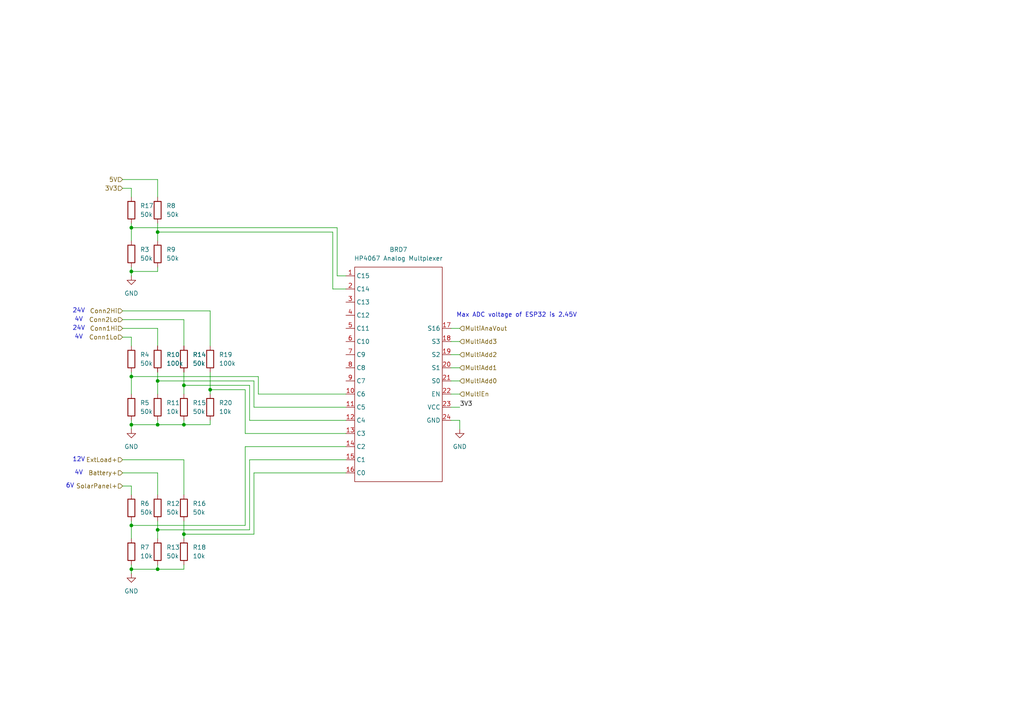
<source format=kicad_sch>
(kicad_sch (version 20250114) (generator "eeschema") (generator_version "9.0")
  (paper "A4")
  (lib_symbols
    (symbol "Device:R" (pin_numbers (hide yes)) (pin_names (offset 0))
      (property "Reference" "R" (at 2.032 0 90))
      (property "Value" "R" (at 0 0 90))
      (symbol "R_0_1"
        (rectangle (start -1.016 -2.54) (end 1.016 2.54) (stroke (width 0.254)))
      )
      (symbol "R_1_1"
        (pin passive line (at 0 3.81 270) (length 1.27) (name "~") (number "1"))
        (pin passive line (at 0 -3.81 90) (length 1.27) (name "~") (number "2"))
      )
    )
    (symbol "power:GND" (power) (pin_numbers (hide yes)) (pin_names (offset 0) (hide yes))
      (property "Value" "GND" (at 0 -3.81 0))
      (symbol "GND_0_1"
        (polyline (pts (xy 0 0) (xy 0 -1.27) (xy 1.27 -1.27) (xy 0 -2.54) (xy -1.27 -1.27) (xy 0 -1.27)))
      )
      (symbol "GND_1_1"
        (pin power_in line (at 0 0 270) (length 0) (name "~") (number "1"))
      )
    )
    (symbol "stimatofali:HP4067"
      (property "Reference" "BRD" (at 0 0 0))
      (property "Value" "HP4067 Analog Multplexer" (at 0 0 0))
      (symbol "HP4067_0_1"
        (rectangle (start -12.7 31.75) (end 12.7 -30.48))
      )
      (symbol "HP4067_1_1"
        (pin output line (at -15.24 29.21 0) (length 2.54) (name "C15") (number "1"))
        (pin output line (at -15.24 25.4 0) (length 2.54) (name "C14") (number "2"))
        (pin output line (at -15.24 21.59 0) (length 2.54) (name "C13") (number "3"))
        (pin output line (at -15.24 17.78 0) (length 2.54) (name "C12") (number "4"))
        (pin output line (at -15.24 13.97 0) (length 2.54) (name "C11") (number "5"))
        (pin output line (at -15.24 10.16 0) (length 2.54) (name "C10") (number "6"))
        (pin output line (at -15.24 6.35 0) (length 2.54) (name "C9") (number "7"))
        (pin output line (at -15.24 2.54 0) (length 2.54) (name "C8") (number "8"))
        (pin output line (at -15.24 -1.27 0) (length 2.54) (name "C7") (number "9"))
        (pin output line (at -15.24 -5.08 0) (length 2.54) (name "C6") (number "10"))
        (pin output line (at -15.24 -8.89 0) (length 2.54) (name "C5") (number "11"))
        (pin output line (at -15.24 -12.7 0) (length 2.54) (name "C4") (number "12"))
        (pin output line (at -15.24 -16.51 0) (length 2.54) (name "C3") (number "13"))
        (pin output line (at -15.24 -20.32 0) (length 2.54) (name "C2") (number "14"))
        (pin output line (at -15.24 -24.13 0) (length 2.54) (name "C1") (number "15"))
        (pin output line (at -15.24 -27.94 0) (length 2.54) (name "C0") (number "16"))
        (pin output line (at 15.24 13.97 180) (length 2.54) (name "S16") (number "17"))
        (pin output line (at 15.24 10.16 180) (length 2.54) (name "S3") (number "18"))
        (pin output line (at 15.24 6.35 180) (length 2.54) (name "S2") (number "19"))
        (pin output line (at 15.24 2.54 180) (length 2.54) (name "S1") (number "20"))
        (pin output line (at 15.24 -1.27 180) (length 2.54) (name "S0") (number "21"))
        (pin output line (at 15.24 -5.08 180) (length 2.54) (name "EN") (number "22"))
        (pin output line (at 15.24 -8.89 180) (length 2.54) (name "VCC") (number "23"))
        (pin output line (at 15.24 -12.7 180) (length 2.54) (name "GND") (number "24"))
      )
    )
  )
  (text "6V" (at 20.32 140.97 0) (effects (font (size 1.27 1.27))))
  (text "24V" (at 22.86 90.17 0) (effects (font (size 1.27 1.27))))
  (text "4V" (at 22.86 92.71 0) (effects (font (size 1.27 1.27))))
  (text "24V" (at 22.86 95.25 0) (effects (font (size 1.27 1.27))))
  (text "4V" (at 22.86 97.79 0) (effects (font (size 1.27 1.27))))
  (text "12V" (at 22.86 133.35 0) (effects (font (size 1.27 1.27))))
  (text "Max ADC voltage of ESP32 is 2.45V" (at 149.86 91.44 0) (effects (font (size 1.27 1.27))))
  (text "4V" (at 22.86 137.16 0) (effects (font (size 1.27 1.27))))
  (junction (at 53.34 111.76))
  (junction (at 45.72 123.19))
  (junction (at 60.96 113.03))
  (junction (at 45.72 110.49))
  (junction (at 38.1 165.1))
  (junction (at 38.1 78.74))
  (junction (at 38.1 109.22))
  (junction (at 38.1 152.4))
  (junction (at 45.72 153.67))
  (junction (at 45.72 67.31))
  (junction (at 53.34 154.94))
  (junction (at 45.72 165.1))
  (junction (at 38.1 123.19))
  (junction (at 53.34 123.19))
  (junction (at 38.1 66.04))
  (wire (pts (xy 72.39 133.35) (xy 72.39 153.67)))
  (wire (pts (xy 53.34 111.76) (xy 72.39 111.76)))
  (wire (pts (xy 130.81 118.11) (xy 133.35 118.11)))
  (wire (pts (xy 35.56 92.71) (xy 53.34 92.71)))
  (wire (pts (xy 130.81 114.3) (xy 133.35 114.3)))
  (wire (pts (xy 60.96 107.95) (xy 60.96 113.03)))
  (wire (pts (xy 45.72 67.31) (xy 96.52 67.31)))
  (wire (pts (xy 130.81 110.49) (xy 133.35 110.49)))
  (wire (pts (xy 38.1 152.4) (xy 38.1 156.21)))
  (wire (pts (xy 38.1 109.22) (xy 74.93 109.22)))
  (wire (pts (xy 97.79 80.01) (xy 100.33 80.01)))
  (wire (pts (xy 53.34 123.19) (xy 60.96 123.19)))
  (wire (pts (xy 53.34 92.71) (xy 53.34 100.33)))
  (wire (pts (xy 60.96 90.17) (xy 60.96 100.33)))
  (wire (pts (xy 45.72 107.95) (xy 45.72 110.49)))
  (wire (pts (xy 130.81 99.06) (xy 133.35 99.06)))
  (wire (pts (xy 38.1 140.97) (xy 38.1 143.51)))
  (wire (pts (xy 45.72 121.92) (xy 45.72 123.19)))
  (wire (pts (xy 35.56 137.16) (xy 45.72 137.16)))
  (wire (pts (xy 45.72 123.19) (xy 53.34 123.19)))
  (wire (pts (xy 38.1 109.22) (xy 38.1 114.3)))
  (wire (pts (xy 45.72 110.49) (xy 73.66 110.49)))
  (wire (pts (xy 53.34 154.94) (xy 53.34 156.21)))
  (wire (pts (xy 71.12 152.4) (xy 71.12 129.54)))
  (wire (pts (xy 53.34 111.76) (xy 53.34 114.3)))
  (wire (pts (xy 73.66 118.11) (xy 100.33 118.11)))
  (wire (pts (xy 38.1 78.74) (xy 38.1 80.01)))
  (wire (pts (xy 35.56 140.97) (xy 38.1 140.97)))
  (wire (pts (xy 35.56 90.17) (xy 60.96 90.17)))
  (wire (pts (xy 45.72 163.83) (xy 45.72 165.1)))
  (wire (pts (xy 38.1 151.13) (xy 38.1 152.4)))
  (wire (pts (xy 53.34 133.35) (xy 53.34 143.51)))
  (wire (pts (xy 133.35 121.92) (xy 133.35 124.46)))
  (wire (pts (xy 97.79 66.04) (xy 97.79 80.01)))
  (wire (pts (xy 38.1 66.04) (xy 97.79 66.04)))
  (wire (pts (xy 130.81 106.68) (xy 133.35 106.68)))
  (wire (pts (xy 100.33 121.92) (xy 72.39 121.92)))
  (wire (pts (xy 35.56 54.61) (xy 38.1 54.61)))
  (wire (pts (xy 45.72 95.25) (xy 45.72 100.33)))
  (wire (pts (xy 100.33 133.35) (xy 72.39 133.35)))
  (wire (pts (xy 53.34 107.95) (xy 53.34 111.76)))
  (wire (pts (xy 38.1 54.61) (xy 38.1 57.15)))
  (wire (pts (xy 38.1 77.47) (xy 38.1 78.74)))
  (wire (pts (xy 60.96 123.19) (xy 60.96 121.92)))
  (wire (pts (xy 38.1 123.19) (xy 45.72 123.19)))
  (wire (pts (xy 45.72 77.47) (xy 45.72 78.74)))
  (wire (pts (xy 38.1 165.1) (xy 45.72 165.1)))
  (wire (pts (xy 71.12 125.73) (xy 100.33 125.73)))
  (wire (pts (xy 38.1 66.04) (xy 38.1 69.85)))
  (wire (pts (xy 38.1 107.95) (xy 38.1 109.22)))
  (wire (pts (xy 38.1 121.92) (xy 38.1 123.19)))
  (wire (pts (xy 45.72 110.49) (xy 45.72 114.3)))
  (wire (pts (xy 130.81 95.25) (xy 133.35 95.25)))
  (wire (pts (xy 38.1 163.83) (xy 38.1 165.1)))
  (wire (pts (xy 74.93 114.3) (xy 100.33 114.3)))
  (wire (pts (xy 60.96 113.03) (xy 71.12 113.03)))
  (wire (pts (xy 45.72 151.13) (xy 45.72 153.67)))
  (wire (pts (xy 73.66 110.49) (xy 73.66 118.11)))
  (wire (pts (xy 38.1 97.79) (xy 38.1 100.33)))
  (wire (pts (xy 45.72 64.77) (xy 45.72 67.31)))
  (wire (pts (xy 60.96 113.03) (xy 60.96 114.3)))
  (wire (pts (xy 38.1 123.19) (xy 38.1 124.46)))
  (wire (pts (xy 35.56 52.07) (xy 45.72 52.07)))
  (wire (pts (xy 96.52 83.82) (xy 96.52 67.31)))
  (wire (pts (xy 73.66 154.94) (xy 73.66 137.16)))
  (wire (pts (xy 130.81 102.87) (xy 133.35 102.87)))
  (wire (pts (xy 35.56 133.35) (xy 53.34 133.35)))
  (wire (pts (xy 38.1 152.4) (xy 71.12 152.4)))
  (wire (pts (xy 100.33 83.82) (xy 96.52 83.82)))
  (wire (pts (xy 35.56 97.79) (xy 38.1 97.79)))
  (wire (pts (xy 35.56 95.25) (xy 45.72 95.25)))
  (wire (pts (xy 53.34 151.13) (xy 53.34 154.94)))
  (wire (pts (xy 130.81 121.92) (xy 133.35 121.92)))
  (wire (pts (xy 53.34 121.92) (xy 53.34 123.19)))
  (wire (pts (xy 74.93 109.22) (xy 74.93 114.3)))
  (wire (pts (xy 38.1 64.77) (xy 38.1 66.04)))
  (wire (pts (xy 45.72 153.67) (xy 45.72 156.21)))
  (wire (pts (xy 53.34 165.1) (xy 53.34 163.83)))
  (wire (pts (xy 72.39 121.92) (xy 72.39 111.76)))
  (wire (pts (xy 71.12 113.03) (xy 71.12 125.73)))
  (wire (pts (xy 45.72 137.16) (xy 45.72 143.51)))
  (wire (pts (xy 38.1 78.74) (xy 45.72 78.74)))
  (wire (pts (xy 45.72 67.31) (xy 45.72 69.85)))
  (wire (pts (xy 73.66 137.16) (xy 100.33 137.16)))
  (wire (pts (xy 45.72 165.1) (xy 53.34 165.1)))
  (wire (pts (xy 71.12 129.54) (xy 100.33 129.54)))
  (wire (pts (xy 38.1 165.1) (xy 38.1 166.37)))
  (wire (pts (xy 45.72 153.67) (xy 72.39 153.67)))
  (wire (pts (xy 53.34 154.94) (xy 73.66 154.94)))
  (wire (pts (xy 45.72 52.07) (xy 45.72 57.15)))
  (label "3V3" (at 133.35 118.11 0))
  (hierarchical_label "MultiEn" (shape input) (at 133.35 114.3 0))
  (hierarchical_label "SolarPanel+" (shape input) (at 35.56 140.97 180))
  (hierarchical_label "MultiAdd2" (shape input) (at 133.35 102.87 0))
  (hierarchical_label "Conn2Hi" (shape input) (at 35.56 90.17 180))
  (hierarchical_label "Battery+" (shape input) (at 35.56 137.16 180))
  (hierarchical_label "Conn2Lo" (shape input) (at 35.56 92.71 180))
  (hierarchical_label "Conn1Hi" (shape input) (at 35.56 95.25 180))
  (hierarchical_label "MultiAnaVout" (shape input) (at 133.35 95.25 0))
  (hierarchical_label "Conn1Lo" (shape input) (at 35.56 97.79 180))
  (hierarchical_label "MultiAdd3" (shape input) (at 133.35 99.06 0))
  (hierarchical_label "MultiAdd1" (shape input) (at 133.35 106.68 0))
  (hierarchical_label "ExtLoad+" (shape input) (at 35.56 133.35 180))
  (hierarchical_label "5V" (shape input) (at 35.56 52.07 180))
  (hierarchical_label "MultiAdd0" (shape input) (at 133.35 110.49 0))
  (hierarchical_label "3V3" (shape input) (at 35.56 54.61 180))
  (symbol (lib_id "Device:R") (at 38.1 104.14 0) (unit 1)
    (property "Reference" "R4" (at 40.64 102.8699 0) (effects (justify left)))
    (property "Value" "50k" (at 40.64 105.4099 0) (effects (justify left)))
    (property "Footprint" "Resistor_SMD:R_1206_3216Metric_Pad1.30x1.75mm_HandSolder" (effects (hide yes)))
    (property "Description" "Resistor" (effects (hide yes)))
  )
  (symbol (lib_id "stimatofali:HP4067") (at 115.57 109.22 0) (unit 1)
    (property "Reference" "BRD7" (at 115.57 72.39 0))
    (property "Value" "HP4067 Analog Multplexer" (at 115.57 74.93 0))
    (property "Footprint" "stimatofali:HP4067 16Ch Analog Multiplexer" (effects (hide yes)))
  )
  (symbol (lib_id "Device:R") (at 38.1 60.96 0) (unit 1)
    (property "Reference" "R17" (at 40.64 59.6899 0) (effects (justify left)))
    (property "Value" "50k" (at 40.64 62.2299 0) (effects (justify left)))
    (property "Footprint" "Resistor_SMD:R_1206_3216Metric_Pad1.30x1.75mm_HandSolder" (effects (hide yes)))
    (property "Description" "Resistor" (effects (hide yes)))
  )
  (symbol (lib_id "Device:R") (at 53.34 147.32 0) (unit 1)
    (property "Reference" "R16" (at 55.88 146.0499 0) (effects (justify left)))
    (property "Value" "50k" (at 55.88 148.5899 0) (effects (justify left)))
    (property "Footprint" "Resistor_SMD:R_1206_3216Metric_Pad1.30x1.75mm_HandSolder" (effects (hide yes)))
    (property "Description" "Resistor" (effects (hide yes)))
  )
  (symbol (lib_id "power:GND") (at 133.35 124.46 0) (unit 1)
    (property "Reference" "#PWR07" (effects (hide yes)))
    (property "Value" "GND" (at 133.35 129.54 0))
    (property "Description" "Power symbol creates a global label with name \"GND\" , ground" (effects (hide yes)))
  )
  (symbol (lib_id "Device:R") (at 45.72 104.14 0) (unit 1)
    (property "Reference" "R10" (at 48.26 102.8699 0) (effects (justify left)))
    (property "Value" "100k" (at 48.26 105.4099 0) (effects (justify left)))
    (property "Footprint" "Resistor_SMD:R_1206_3216Metric_Pad1.30x1.75mm_HandSolder" (effects (hide yes)))
    (property "Description" "Resistor" (effects (hide yes)))
  )
  (symbol (lib_id "Device:R") (at 45.72 147.32 0) (unit 1)
    (property "Reference" "R12" (at 48.26 146.0499 0) (effects (justify left)))
    (property "Value" "50k" (at 48.26 148.5899 0) (effects (justify left)))
    (property "Footprint" "Resistor_SMD:R_1206_3216Metric_Pad1.30x1.75mm_HandSolder" (effects (hide yes)))
    (property "Description" "Resistor" (effects (hide yes)))
  )
  (symbol (lib_id "Device:R") (at 38.1 73.66 0) (unit 1)
    (property "Reference" "R3" (at 40.64 72.3899 0) (effects (justify left)))
    (property "Value" "50k" (at 40.64 74.9299 0) (effects (justify left)))
    (property "Footprint" "Resistor_SMD:R_1206_3216Metric_Pad1.30x1.75mm_HandSolder" (effects (hide yes)))
    (property "Description" "Resistor" (effects (hide yes)))
  )
  (symbol (lib_id "power:GND") (at 38.1 124.46 0) (unit 1)
    (property "Reference" "#PWR022" (effects (hide yes)))
    (property "Value" "GND" (at 38.1 129.54 0))
    (property "Description" "Power symbol creates a global label with name \"GND\" , ground" (effects (hide yes)))
  )
  (symbol (lib_id "Device:R") (at 60.96 118.11 0) (unit 1)
    (property "Reference" "R20" (at 63.5 116.8399 0) (effects (justify left)))
    (property "Value" "10k" (at 63.5 119.3799 0) (effects (justify left)))
    (property "Footprint" "Resistor_SMD:R_1206_3216Metric_Pad1.30x1.75mm_HandSolder" (effects (hide yes)))
    (property "Description" "Resistor" (effects (hide yes)))
  )
  (symbol (lib_id "Device:R") (at 38.1 118.11 0) (unit 1)
    (property "Reference" "R5" (at 40.64 116.8399 0) (effects (justify left)))
    (property "Value" "50k" (at 40.64 119.3799 0) (effects (justify left)))
    (property "Footprint" "Resistor_SMD:R_1206_3216Metric_Pad1.30x1.75mm_HandSolder" (effects (hide yes)))
    (property "Description" "Resistor" (effects (hide yes)))
  )
  (symbol (lib_id "Device:R") (at 45.72 118.11 0) (unit 1)
    (property "Reference" "R11" (at 48.26 116.8399 0) (effects (justify left)))
    (property "Value" "10k" (at 48.26 119.3799 0) (effects (justify left)))
    (property "Footprint" "Resistor_SMD:R_1206_3216Metric_Pad1.30x1.75mm_HandSolder" (effects (hide yes)))
    (property "Description" "Resistor" (effects (hide yes)))
  )
  (symbol (lib_id "Device:R") (at 45.72 160.02 0) (unit 1)
    (property "Reference" "R13" (at 48.26 158.7499 0) (effects (justify left)))
    (property "Value" "50k" (at 48.26 161.2899 0) (effects (justify left)))
    (property "Footprint" "Resistor_SMD:R_1206_3216Metric_Pad1.30x1.75mm_HandSolder" (effects (hide yes)))
    (property "Description" "Resistor" (effects (hide yes)))
  )
  (symbol (lib_id "Device:R") (at 45.72 60.96 0) (unit 1)
    (property "Reference" "R8" (at 48.26 59.6899 0) (effects (justify left)))
    (property "Value" "50k" (at 48.26 62.2299 0) (effects (justify left)))
    (property "Footprint" "Resistor_SMD:R_1206_3216Metric_Pad1.30x1.75mm_HandSolder" (effects (hide yes)))
    (property "Description" "Resistor" (effects (hide yes)))
  )
  (symbol (lib_id "Device:R") (at 53.34 118.11 0) (unit 1)
    (property "Reference" "R15" (at 55.88 116.8399 0) (effects (justify left)))
    (property "Value" "50k" (at 55.88 119.3799 0) (effects (justify left)))
    (property "Footprint" "Resistor_SMD:R_1206_3216Metric_Pad1.30x1.75mm_HandSolder" (effects (hide yes)))
    (property "Description" "Resistor" (effects (hide yes)))
  )
  (symbol (lib_id "Device:R") (at 53.34 104.14 0) (unit 1)
    (property "Reference" "R14" (at 55.88 102.8699 0) (effects (justify left)))
    (property "Value" "50k" (at 55.88 105.4099 0) (effects (justify left)))
    (property "Footprint" "Resistor_SMD:R_1206_3216Metric_Pad1.30x1.75mm_HandSolder" (effects (hide yes)))
    (property "Description" "Resistor" (effects (hide yes)))
  )
  (symbol (lib_id "Device:R") (at 53.34 160.02 0) (unit 1)
    (property "Reference" "R18" (at 55.88 158.7499 0) (effects (justify left)))
    (property "Value" "10k" (at 55.88 161.2899 0) (effects (justify left)))
    (property "Footprint" "Resistor_SMD:R_1206_3216Metric_Pad1.30x1.75mm_HandSolder" (effects (hide yes)))
    (property "Description" "Resistor" (effects (hide yes)))
  )
  (symbol (lib_id "power:GND") (at 38.1 166.37 0) (unit 1)
    (property "Reference" "#PWR029" (effects (hide yes)))
    (property "Value" "GND" (at 38.1 171.45 0))
    (property "Description" "Power symbol creates a global label with name \"GND\" , ground" (effects (hide yes)))
  )
  (symbol (lib_id "Device:R") (at 38.1 147.32 0) (unit 1)
    (property "Reference" "R6" (at 40.64 146.0499 0) (effects (justify left)))
    (property "Value" "50k" (at 40.64 148.5899 0) (effects (justify left)))
    (property "Footprint" "Resistor_SMD:R_1206_3216Metric_Pad1.30x1.75mm_HandSolder" (effects (hide yes)))
    (property "Description" "Resistor" (effects (hide yes)))
  )
  (symbol (lib_id "power:GND") (at 38.1 80.01 0) (unit 1)
    (property "Reference" "#PWR018" (effects (hide yes)))
    (property "Value" "GND" (at 38.1 85.09 0))
    (property "Description" "Power symbol creates a global label with name \"GND\" , ground" (effects (hide yes)))
  )
  (symbol (lib_id "Device:R") (at 60.96 104.14 0) (unit 1)
    (property "Reference" "R19" (at 63.5 102.8699 0) (effects (justify left)))
    (property "Value" "100k" (at 63.5 105.4099 0) (effects (justify left)))
    (property "Footprint" "Resistor_SMD:R_1206_3216Metric_Pad1.30x1.75mm_HandSolder" (effects (hide yes)))
    (property "Description" "Resistor" (effects (hide yes)))
  )
  (symbol (lib_id "Device:R") (at 45.72 73.66 0) (unit 1)
    (property "Reference" "R9" (at 48.26 72.3899 0) (effects (justify left)))
    (property "Value" "50k" (at 48.26 74.9299 0) (effects (justify left)))
    (property "Footprint" "Resistor_SMD:R_1206_3216Metric_Pad1.30x1.75mm_HandSolder" (effects (hide yes)))
    (property "Description" "Resistor" (effects (hide yes)))
  )
  (symbol (lib_id "Device:R") (at 38.1 160.02 0) (unit 1)
    (property "Reference" "R7" (at 40.64 158.7499 0) (effects (justify left)))
    (property "Value" "10k" (at 40.64 161.2899 0) (effects (justify left)))
    (property "Footprint" "Resistor_SMD:R_1206_3216Metric_Pad1.30x1.75mm_HandSolder" (effects (hide yes)))
    (property "Description" "Resistor" (effects (hide yes)))
  )
)
</source>
